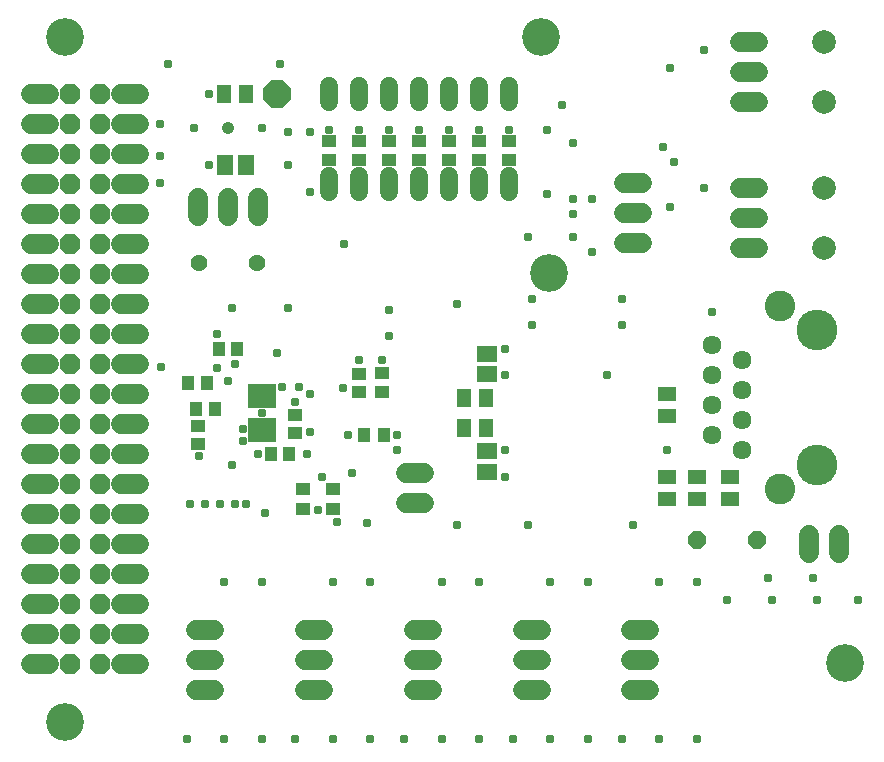
<source format=gbr>
G04 EAGLE Gerber RS-274X export*
G75*
%MOMM*%
%FSLAX34Y34*%
%LPD*%
%INSoldermask Bottom*%
%IPPOS*%
%AMOC8*
5,1,8,0,0,1.08239X$1,22.5*%
G01*
G04 Define Apertures*
%ADD10C,3.203200*%
%ADD11R,1.124100X1.173400*%
%ADD12R,1.173400X1.124100*%
%ADD13R,2.406800X1.998700*%
%ADD14R,1.367800X1.668500*%
%ADD15R,1.668500X1.367800*%
%ADD16P,1.64956X8X22.5*%
%ADD17C,1.727200*%
%ADD18R,1.173400X1.103200*%
%ADD19R,1.173400X1.135800*%
%ADD20R,1.103200X1.173400*%
%ADD21R,1.135800X1.173400*%
%ADD22R,1.177100X1.001900*%
%ADD23R,1.234400X1.623400*%
%ADD24R,1.001900X1.177100*%
%ADD25R,1.623400X1.234400*%
%ADD26C,1.524000*%
%ADD27C,1.053200*%
%ADD28P,2.55682X8X22.5*%
%ADD29P,1.8695X8X292.5*%
%ADD30C,3.453200*%
%ADD31C,2.603200*%
%ADD32C,1.611200*%
%ADD33C,1.433200*%
%ADD34C,2.003200*%
%ADD35P,0.819586X8X22.5*%
D10*
X40000Y620000D03*
X40000Y40000D03*
X450000Y420000D03*
X442700Y620000D03*
X700000Y90000D03*
D11*
X170054Y355600D03*
X185546Y355600D03*
D12*
X288925Y319279D03*
X288925Y334771D03*
X152400Y290321D03*
X152400Y274829D03*
X234950Y299846D03*
X234950Y284354D03*
D13*
X206375Y316224D03*
X206375Y287026D03*
D14*
X192904Y511175D03*
X175396Y511175D03*
D15*
X396875Y269104D03*
X396875Y251596D03*
X396875Y334146D03*
X396875Y351654D03*
D16*
X574675Y193675D03*
X625475Y193675D03*
D11*
X229996Y266700D03*
X214504Y266700D03*
D17*
X166370Y66675D02*
X151130Y66675D01*
X151130Y92075D02*
X166370Y92075D01*
X166370Y117475D02*
X151130Y117475D01*
X243205Y66675D02*
X258445Y66675D01*
X258445Y92075D02*
X243205Y92075D01*
X243205Y117475D02*
X258445Y117475D01*
X335280Y66675D02*
X350520Y66675D01*
X350520Y92075D02*
X335280Y92075D01*
X335280Y117475D02*
X350520Y117475D01*
X427355Y66675D02*
X442595Y66675D01*
X442595Y92075D02*
X427355Y92075D01*
X427355Y117475D02*
X442595Y117475D01*
X519430Y66675D02*
X534670Y66675D01*
X534670Y92075D02*
X519430Y92075D01*
X519430Y117475D02*
X534670Y117475D01*
X528320Y445096D02*
X513080Y445096D01*
X513080Y470496D02*
X528320Y470496D01*
X528320Y495896D02*
X513080Y495896D01*
D18*
X307975Y334876D03*
D19*
X307975Y319337D03*
D20*
X166601Y304800D03*
D21*
X151062Y304800D03*
D22*
X339725Y515723D03*
X339725Y532027D03*
X314325Y515723D03*
X314325Y532027D03*
X288925Y515723D03*
X288925Y532027D03*
X263525Y515723D03*
X263525Y532027D03*
D23*
X193345Y571500D03*
X174955Y571500D03*
D24*
X144248Y327025D03*
X160552Y327025D03*
D22*
X241300Y236752D03*
X241300Y220448D03*
X266700Y236752D03*
X266700Y220448D03*
D23*
X396545Y314325D03*
X378155Y314325D03*
X396545Y288925D03*
X378155Y288925D03*
D25*
X549275Y228930D03*
X549275Y247320D03*
X549275Y298780D03*
X549275Y317170D03*
X603250Y228930D03*
X603250Y247320D03*
X574675Y228930D03*
X574675Y247320D03*
D24*
X309777Y282575D03*
X293473Y282575D03*
D22*
X415925Y532027D03*
X415925Y515723D03*
X390525Y532027D03*
X390525Y515723D03*
X365125Y515723D03*
X365125Y532027D03*
D26*
X415925Y564896D02*
X415925Y578104D01*
X390525Y578104D02*
X390525Y564896D01*
X263525Y564896D02*
X263525Y578104D01*
X263525Y501904D02*
X263525Y488696D01*
X365125Y564896D02*
X365125Y578104D01*
X339725Y578104D02*
X339725Y564896D01*
X288925Y564896D02*
X288925Y578104D01*
X314325Y578104D02*
X314325Y564896D01*
X288925Y501904D02*
X288925Y488696D01*
X314325Y488696D02*
X314325Y501904D01*
X339725Y501904D02*
X339725Y488696D01*
X365125Y488696D02*
X365125Y501904D01*
X390525Y501904D02*
X390525Y488696D01*
X415925Y488696D02*
X415925Y501904D01*
D27*
X177800Y542925D03*
D28*
X219075Y571500D03*
D29*
X44450Y571500D03*
X69850Y571500D03*
X44450Y546100D03*
X69850Y546100D03*
X44450Y520700D03*
X69850Y520700D03*
X44450Y495300D03*
X69850Y495300D03*
X44450Y469900D03*
X69850Y469900D03*
X44450Y444500D03*
X69850Y444500D03*
X44450Y419100D03*
X69850Y419100D03*
X44450Y393700D03*
X69850Y393700D03*
X44450Y368300D03*
X69850Y368300D03*
X44450Y342900D03*
X69850Y342900D03*
X44450Y317500D03*
X69850Y317500D03*
X44450Y292100D03*
X69850Y292100D03*
X44450Y266700D03*
X69850Y266700D03*
X44450Y241300D03*
X69850Y241300D03*
X44450Y215900D03*
X69850Y215900D03*
X44450Y190500D03*
X69850Y190500D03*
X44450Y165100D03*
X69850Y165100D03*
X44450Y139700D03*
X69850Y139700D03*
X44450Y114300D03*
X69850Y114300D03*
X44450Y88900D03*
X69850Y88900D03*
D17*
X87630Y571500D02*
X102870Y571500D01*
X102870Y546100D02*
X87630Y546100D01*
X87630Y520700D02*
X102870Y520700D01*
X102870Y495300D02*
X87630Y495300D01*
X87630Y469900D02*
X102870Y469900D01*
X102870Y444500D02*
X87630Y444500D01*
X87630Y419100D02*
X102870Y419100D01*
X102870Y393700D02*
X87630Y393700D01*
X87630Y368300D02*
X102870Y368300D01*
X102870Y342900D02*
X87630Y342900D01*
X87630Y317500D02*
X102870Y317500D01*
X102870Y292100D02*
X87630Y292100D01*
X87630Y266700D02*
X102870Y266700D01*
X102870Y241300D02*
X87630Y241300D01*
X87630Y215900D02*
X102870Y215900D01*
X102870Y190500D02*
X87630Y190500D01*
X87630Y165100D02*
X102870Y165100D01*
X102870Y139700D02*
X87630Y139700D01*
X87630Y114300D02*
X102870Y114300D01*
X102870Y88900D02*
X87630Y88900D01*
X611505Y615950D02*
X626745Y615950D01*
X626745Y590550D02*
X611505Y590550D01*
X611505Y565150D02*
X626745Y565150D01*
X626745Y492125D02*
X611505Y492125D01*
X611505Y466725D02*
X626745Y466725D01*
X626745Y441325D02*
X611505Y441325D01*
X152400Y468630D02*
X152400Y483870D01*
X177800Y483870D02*
X177800Y468630D01*
X203200Y468630D02*
X203200Y483870D01*
D30*
X676275Y371475D03*
X676275Y257175D03*
D31*
X645775Y391775D03*
X645775Y236875D03*
D32*
X587375Y358775D03*
X612775Y346075D03*
X587375Y333375D03*
X587375Y307975D03*
X587375Y282575D03*
X612775Y320675D03*
X612775Y295275D03*
X612775Y269875D03*
D17*
X669925Y198120D02*
X669925Y182880D01*
X695325Y182880D02*
X695325Y198120D01*
X26670Y571500D02*
X11430Y571500D01*
X11430Y546100D02*
X26670Y546100D01*
X26670Y520700D02*
X11430Y520700D01*
X11430Y495300D02*
X26670Y495300D01*
X26670Y469900D02*
X11430Y469900D01*
X11430Y444500D02*
X26670Y444500D01*
X26670Y419100D02*
X11430Y419100D01*
X11430Y393700D02*
X26670Y393700D01*
X26670Y368300D02*
X11430Y368300D01*
X11430Y342900D02*
X26670Y342900D01*
X26670Y317500D02*
X11430Y317500D01*
X11430Y292100D02*
X26670Y292100D01*
X26670Y266700D02*
X11430Y266700D01*
X11430Y241300D02*
X26670Y241300D01*
X26670Y215900D02*
X11430Y215900D01*
X11430Y190500D02*
X26670Y190500D01*
X26670Y165100D02*
X11430Y165100D01*
X11430Y139700D02*
X26670Y139700D01*
X26670Y114300D02*
X11430Y114300D01*
X11430Y88900D02*
X26670Y88900D01*
D33*
X202200Y428625D03*
X153400Y428625D03*
D34*
X682625Y615950D03*
X682625Y565150D03*
X682625Y492125D03*
X682625Y441325D03*
D17*
X344170Y250825D02*
X328930Y250825D01*
X328930Y225425D02*
X344170Y225425D01*
D35*
X180975Y257175D03*
X257175Y247650D03*
X146050Y224790D03*
X158750Y224790D03*
X171450Y224790D03*
X184150Y224790D03*
X193645Y224790D03*
X223520Y323850D03*
X206375Y542925D03*
X120650Y546100D03*
X174625Y158750D03*
X206375Y158750D03*
X469900Y469900D03*
X469900Y482600D03*
X485775Y482600D03*
X365125Y541020D03*
X339725Y541020D03*
X314325Y541020D03*
X288925Y541020D03*
X263525Y541020D03*
X266700Y158750D03*
X298450Y158750D03*
X358775Y158750D03*
X390525Y158750D03*
X450850Y158750D03*
X482600Y158750D03*
X542925Y158750D03*
X574675Y158750D03*
X320675Y269875D03*
X168275Y368300D03*
X307975Y346075D03*
X203200Y266700D03*
X121136Y340211D03*
X184150Y342900D03*
X161925Y571500D03*
X228600Y511175D03*
X447675Y487045D03*
X434975Y375920D03*
X511175Y375920D03*
X434975Y398145D03*
X511175Y398145D03*
X314325Y388620D03*
X314325Y366395D03*
X447675Y541020D03*
X228600Y539750D03*
X120650Y518795D03*
X120650Y496570D03*
X142875Y25400D03*
X206375Y25400D03*
X234950Y25400D03*
X298450Y25400D03*
X390525Y25400D03*
X482600Y25400D03*
X574675Y25400D03*
X600075Y142875D03*
X638175Y142875D03*
X676275Y142875D03*
X320675Y282575D03*
X581025Y492125D03*
X552450Y476250D03*
X485775Y438150D03*
X469900Y450850D03*
X469900Y530225D03*
X581025Y608753D03*
X552450Y593725D03*
X180975Y390525D03*
X228600Y390525D03*
X161925Y511175D03*
X390525Y541020D03*
X415925Y541020D03*
X288925Y346075D03*
X511175Y25400D03*
X419100Y25400D03*
X327025Y25400D03*
X412750Y355600D03*
X412750Y247650D03*
X371475Y206375D03*
X371475Y393700D03*
X247650Y317500D03*
X247650Y285750D03*
X149225Y542925D03*
X153670Y265430D03*
X254000Y219075D03*
X190500Y278130D03*
X209550Y217170D03*
X206375Y301625D03*
X168275Y339725D03*
X431800Y206375D03*
X520700Y206375D03*
X276225Y444500D03*
X431800Y450850D03*
X127000Y596900D03*
X222250Y596900D03*
X247650Y539750D03*
X460375Y561975D03*
X174625Y25400D03*
X266700Y25400D03*
X358775Y25400D03*
X450850Y25400D03*
X542925Y25400D03*
X711200Y142875D03*
X247650Y488950D03*
X546100Y527050D03*
X177800Y328930D03*
X219075Y352425D03*
X238125Y323850D03*
X282575Y250825D03*
X244475Y266700D03*
X279400Y282575D03*
X234950Y311150D03*
X190500Y288290D03*
X275590Y322580D03*
X555625Y514350D03*
X587375Y387350D03*
X635000Y161925D03*
X673100Y161925D03*
X412750Y333375D03*
X412750Y269875D03*
X549275Y269875D03*
X498475Y333375D03*
X269875Y208924D03*
X295910Y208280D03*
M02*

</source>
